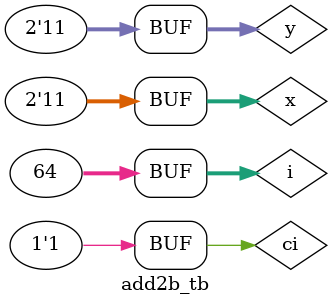
<source format=v>
module fac(
  input a, b, cin,
  output s, cout
  );
  
  assign s = a ^ b ^ cin; //suma este xor-ul intrarilor
  assign cout = (a & b) | (b & cin) | (a & cin); //transport in iesire
endmodule

module add2b(
  input [1:0] x, y,
  input ci,
  output [1:0] o,
  output co
  );
  
  wire f; //firul de legatura intre primul si al doilea FAC
  
  fac fac1(.a(x[0]), .b(y[0]), .cin(ci), .s(o[0]), .cout(f));
  
  fac fac2(.a(x[1]), .b(y[1]), .cin(f), .s(o[1]), .cout(co));
  
endmodule

module add2b_tb;
  reg [1:0] x, y;
  reg ci;
  wire [1:0] o;
  wire co;
  
  add2b add2b_i(.x(x), .y(y), .ci(ci), .o(o), .co(co));
  
  integer i;
  initial begin
    {x, y, ci} = 0;
    for(i = 0; i < 64; i = i + 1) begin //2^6 = 64 de combinatii posibile
      {x, y, ci} = i;
      #10;
    end
  end
endmodule
</source>
